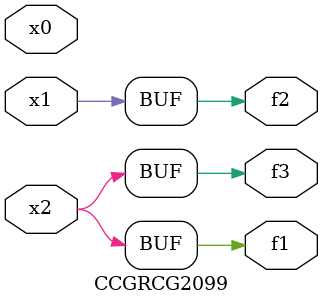
<source format=v>
module CCGRCG2099(
	input x0, x1, x2,
	output f1, f2, f3
);
	assign f1 = x2;
	assign f2 = x1;
	assign f3 = x2;
endmodule

</source>
